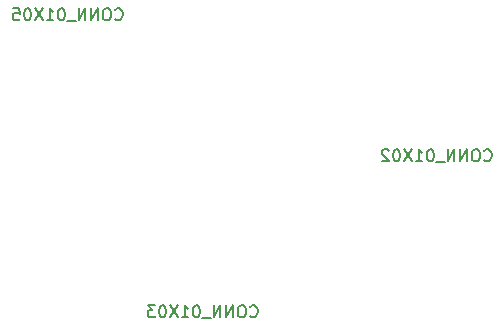
<source format=gbr>
G04 #@! TF.FileFunction,Other,Fab,Bot*
%FSLAX46Y46*%
G04 Gerber Fmt 4.6, Leading zero omitted, Abs format (unit mm)*
G04 Created by KiCad (PCBNEW 4.0.5+dfsg1-4) date Fri Oct 12 17:02:05 2018*
%MOMM*%
%LPD*%
G01*
G04 APERTURE LIST*
%ADD10C,0.100000*%
%ADD11C,0.150000*%
G04 APERTURE END LIST*
D10*
D11*
X91653809Y-132945143D02*
X91701428Y-132992762D01*
X91844285Y-133040381D01*
X91939523Y-133040381D01*
X92082381Y-132992762D01*
X92177619Y-132897524D01*
X92225238Y-132802286D01*
X92272857Y-132611810D01*
X92272857Y-132468952D01*
X92225238Y-132278476D01*
X92177619Y-132183238D01*
X92082381Y-132088000D01*
X91939523Y-132040381D01*
X91844285Y-132040381D01*
X91701428Y-132088000D01*
X91653809Y-132135619D01*
X91034762Y-132040381D02*
X90844285Y-132040381D01*
X90749047Y-132088000D01*
X90653809Y-132183238D01*
X90606190Y-132373714D01*
X90606190Y-132707048D01*
X90653809Y-132897524D01*
X90749047Y-132992762D01*
X90844285Y-133040381D01*
X91034762Y-133040381D01*
X91130000Y-132992762D01*
X91225238Y-132897524D01*
X91272857Y-132707048D01*
X91272857Y-132373714D01*
X91225238Y-132183238D01*
X91130000Y-132088000D01*
X91034762Y-132040381D01*
X90177619Y-133040381D02*
X90177619Y-132040381D01*
X89606190Y-133040381D01*
X89606190Y-132040381D01*
X89130000Y-133040381D02*
X89130000Y-132040381D01*
X88558571Y-133040381D01*
X88558571Y-132040381D01*
X88320476Y-133135619D02*
X87558571Y-133135619D01*
X87130000Y-132040381D02*
X87034761Y-132040381D01*
X86939523Y-132088000D01*
X86891904Y-132135619D01*
X86844285Y-132230857D01*
X86796666Y-132421333D01*
X86796666Y-132659429D01*
X86844285Y-132849905D01*
X86891904Y-132945143D01*
X86939523Y-132992762D01*
X87034761Y-133040381D01*
X87130000Y-133040381D01*
X87225238Y-132992762D01*
X87272857Y-132945143D01*
X87320476Y-132849905D01*
X87368095Y-132659429D01*
X87368095Y-132421333D01*
X87320476Y-132230857D01*
X87272857Y-132135619D01*
X87225238Y-132088000D01*
X87130000Y-132040381D01*
X85844285Y-133040381D02*
X86415714Y-133040381D01*
X86130000Y-133040381D02*
X86130000Y-132040381D01*
X86225238Y-132183238D01*
X86320476Y-132278476D01*
X86415714Y-132326095D01*
X85510952Y-132040381D02*
X84844285Y-133040381D01*
X84844285Y-132040381D02*
X85510952Y-133040381D01*
X84272857Y-132040381D02*
X84177618Y-132040381D01*
X84082380Y-132088000D01*
X84034761Y-132135619D01*
X83987142Y-132230857D01*
X83939523Y-132421333D01*
X83939523Y-132659429D01*
X83987142Y-132849905D01*
X84034761Y-132945143D01*
X84082380Y-132992762D01*
X84177618Y-133040381D01*
X84272857Y-133040381D01*
X84368095Y-132992762D01*
X84415714Y-132945143D01*
X84463333Y-132849905D01*
X84510952Y-132659429D01*
X84510952Y-132421333D01*
X84463333Y-132230857D01*
X84415714Y-132135619D01*
X84368095Y-132088000D01*
X84272857Y-132040381D01*
X83606190Y-132040381D02*
X82987142Y-132040381D01*
X83320476Y-132421333D01*
X83177618Y-132421333D01*
X83082380Y-132468952D01*
X83034761Y-132516571D01*
X82987142Y-132611810D01*
X82987142Y-132849905D01*
X83034761Y-132945143D01*
X83082380Y-132992762D01*
X83177618Y-133040381D01*
X83463333Y-133040381D01*
X83558571Y-132992762D01*
X83606190Y-132945143D01*
X80223809Y-107799143D02*
X80271428Y-107846762D01*
X80414285Y-107894381D01*
X80509523Y-107894381D01*
X80652381Y-107846762D01*
X80747619Y-107751524D01*
X80795238Y-107656286D01*
X80842857Y-107465810D01*
X80842857Y-107322952D01*
X80795238Y-107132476D01*
X80747619Y-107037238D01*
X80652381Y-106942000D01*
X80509523Y-106894381D01*
X80414285Y-106894381D01*
X80271428Y-106942000D01*
X80223809Y-106989619D01*
X79604762Y-106894381D02*
X79414285Y-106894381D01*
X79319047Y-106942000D01*
X79223809Y-107037238D01*
X79176190Y-107227714D01*
X79176190Y-107561048D01*
X79223809Y-107751524D01*
X79319047Y-107846762D01*
X79414285Y-107894381D01*
X79604762Y-107894381D01*
X79700000Y-107846762D01*
X79795238Y-107751524D01*
X79842857Y-107561048D01*
X79842857Y-107227714D01*
X79795238Y-107037238D01*
X79700000Y-106942000D01*
X79604762Y-106894381D01*
X78747619Y-107894381D02*
X78747619Y-106894381D01*
X78176190Y-107894381D01*
X78176190Y-106894381D01*
X77700000Y-107894381D02*
X77700000Y-106894381D01*
X77128571Y-107894381D01*
X77128571Y-106894381D01*
X76890476Y-107989619D02*
X76128571Y-107989619D01*
X75700000Y-106894381D02*
X75604761Y-106894381D01*
X75509523Y-106942000D01*
X75461904Y-106989619D01*
X75414285Y-107084857D01*
X75366666Y-107275333D01*
X75366666Y-107513429D01*
X75414285Y-107703905D01*
X75461904Y-107799143D01*
X75509523Y-107846762D01*
X75604761Y-107894381D01*
X75700000Y-107894381D01*
X75795238Y-107846762D01*
X75842857Y-107799143D01*
X75890476Y-107703905D01*
X75938095Y-107513429D01*
X75938095Y-107275333D01*
X75890476Y-107084857D01*
X75842857Y-106989619D01*
X75795238Y-106942000D01*
X75700000Y-106894381D01*
X74414285Y-107894381D02*
X74985714Y-107894381D01*
X74700000Y-107894381D02*
X74700000Y-106894381D01*
X74795238Y-107037238D01*
X74890476Y-107132476D01*
X74985714Y-107180095D01*
X74080952Y-106894381D02*
X73414285Y-107894381D01*
X73414285Y-106894381D02*
X74080952Y-107894381D01*
X72842857Y-106894381D02*
X72747618Y-106894381D01*
X72652380Y-106942000D01*
X72604761Y-106989619D01*
X72557142Y-107084857D01*
X72509523Y-107275333D01*
X72509523Y-107513429D01*
X72557142Y-107703905D01*
X72604761Y-107799143D01*
X72652380Y-107846762D01*
X72747618Y-107894381D01*
X72842857Y-107894381D01*
X72938095Y-107846762D01*
X72985714Y-107799143D01*
X73033333Y-107703905D01*
X73080952Y-107513429D01*
X73080952Y-107275333D01*
X73033333Y-107084857D01*
X72985714Y-106989619D01*
X72938095Y-106942000D01*
X72842857Y-106894381D01*
X71604761Y-106894381D02*
X72080952Y-106894381D01*
X72128571Y-107370571D01*
X72080952Y-107322952D01*
X71985714Y-107275333D01*
X71747618Y-107275333D01*
X71652380Y-107322952D01*
X71604761Y-107370571D01*
X71557142Y-107465810D01*
X71557142Y-107703905D01*
X71604761Y-107799143D01*
X71652380Y-107846762D01*
X71747618Y-107894381D01*
X71985714Y-107894381D01*
X72080952Y-107846762D01*
X72128571Y-107799143D01*
X111465809Y-119737143D02*
X111513428Y-119784762D01*
X111656285Y-119832381D01*
X111751523Y-119832381D01*
X111894381Y-119784762D01*
X111989619Y-119689524D01*
X112037238Y-119594286D01*
X112084857Y-119403810D01*
X112084857Y-119260952D01*
X112037238Y-119070476D01*
X111989619Y-118975238D01*
X111894381Y-118880000D01*
X111751523Y-118832381D01*
X111656285Y-118832381D01*
X111513428Y-118880000D01*
X111465809Y-118927619D01*
X110846762Y-118832381D02*
X110656285Y-118832381D01*
X110561047Y-118880000D01*
X110465809Y-118975238D01*
X110418190Y-119165714D01*
X110418190Y-119499048D01*
X110465809Y-119689524D01*
X110561047Y-119784762D01*
X110656285Y-119832381D01*
X110846762Y-119832381D01*
X110942000Y-119784762D01*
X111037238Y-119689524D01*
X111084857Y-119499048D01*
X111084857Y-119165714D01*
X111037238Y-118975238D01*
X110942000Y-118880000D01*
X110846762Y-118832381D01*
X109989619Y-119832381D02*
X109989619Y-118832381D01*
X109418190Y-119832381D01*
X109418190Y-118832381D01*
X108942000Y-119832381D02*
X108942000Y-118832381D01*
X108370571Y-119832381D01*
X108370571Y-118832381D01*
X108132476Y-119927619D02*
X107370571Y-119927619D01*
X106942000Y-118832381D02*
X106846761Y-118832381D01*
X106751523Y-118880000D01*
X106703904Y-118927619D01*
X106656285Y-119022857D01*
X106608666Y-119213333D01*
X106608666Y-119451429D01*
X106656285Y-119641905D01*
X106703904Y-119737143D01*
X106751523Y-119784762D01*
X106846761Y-119832381D01*
X106942000Y-119832381D01*
X107037238Y-119784762D01*
X107084857Y-119737143D01*
X107132476Y-119641905D01*
X107180095Y-119451429D01*
X107180095Y-119213333D01*
X107132476Y-119022857D01*
X107084857Y-118927619D01*
X107037238Y-118880000D01*
X106942000Y-118832381D01*
X105656285Y-119832381D02*
X106227714Y-119832381D01*
X105942000Y-119832381D02*
X105942000Y-118832381D01*
X106037238Y-118975238D01*
X106132476Y-119070476D01*
X106227714Y-119118095D01*
X105322952Y-118832381D02*
X104656285Y-119832381D01*
X104656285Y-118832381D02*
X105322952Y-119832381D01*
X104084857Y-118832381D02*
X103989618Y-118832381D01*
X103894380Y-118880000D01*
X103846761Y-118927619D01*
X103799142Y-119022857D01*
X103751523Y-119213333D01*
X103751523Y-119451429D01*
X103799142Y-119641905D01*
X103846761Y-119737143D01*
X103894380Y-119784762D01*
X103989618Y-119832381D01*
X104084857Y-119832381D01*
X104180095Y-119784762D01*
X104227714Y-119737143D01*
X104275333Y-119641905D01*
X104322952Y-119451429D01*
X104322952Y-119213333D01*
X104275333Y-119022857D01*
X104227714Y-118927619D01*
X104180095Y-118880000D01*
X104084857Y-118832381D01*
X103370571Y-118927619D02*
X103322952Y-118880000D01*
X103227714Y-118832381D01*
X102989618Y-118832381D01*
X102894380Y-118880000D01*
X102846761Y-118927619D01*
X102799142Y-119022857D01*
X102799142Y-119118095D01*
X102846761Y-119260952D01*
X103418190Y-119832381D01*
X102799142Y-119832381D01*
M02*

</source>
